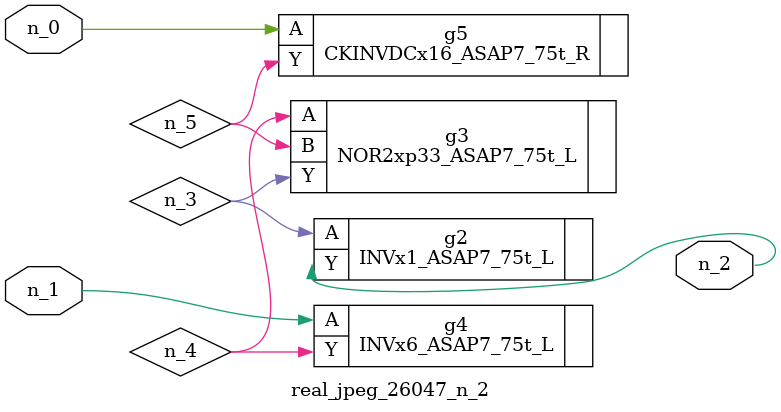
<source format=v>
module real_jpeg_26047_n_2 (n_1, n_0, n_2);

input n_1;
input n_0;

output n_2;

wire n_5;
wire n_4;
wire n_3;

CKINVDCx16_ASAP7_75t_R g5 ( 
.A(n_0),
.Y(n_5)
);

INVx6_ASAP7_75t_L g4 ( 
.A(n_1),
.Y(n_4)
);

INVx1_ASAP7_75t_L g2 ( 
.A(n_3),
.Y(n_2)
);

NOR2xp33_ASAP7_75t_L g3 ( 
.A(n_4),
.B(n_5),
.Y(n_3)
);


endmodule
</source>
